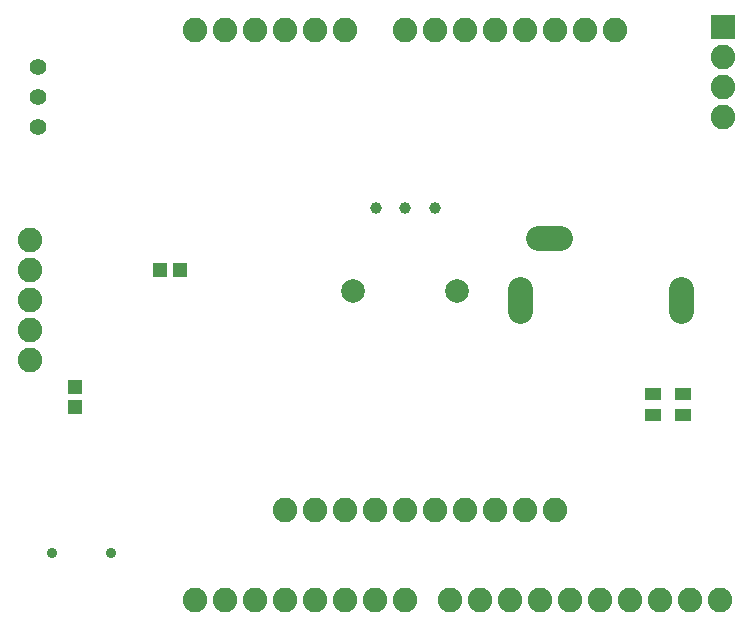
<source format=gts>
G04 EAGLE Gerber RS-274X export*
G75*
%MOMM*%
%FSLAX34Y34*%
%LPD*%
%INTop Soldermask*%
%IPPOS*%
%AMOC8*
5,1,8,0,0,1.08239X$1,22.5*%
G01*
%ADD10C,2.082800*%
%ADD11C,0.894081*%
%ADD12C,0.900000*%
%ADD13R,1.203200X1.303200*%
%ADD14C,2.000000*%
%ADD15C,1.000000*%
%ADD16R,2.082800X2.082800*%
%ADD17C,1.412800*%
%ADD18R,1.403200X1.003200*%
%ADD19C,2.103200*%
%ADD20R,1.303200X1.203200*%


D10*
X469900Y508000D03*
X444500Y508000D03*
X419100Y508000D03*
X393700Y508000D03*
X368300Y508000D03*
X342900Y508000D03*
X292100Y508000D03*
X266700Y508000D03*
X241300Y508000D03*
X215900Y508000D03*
X190500Y508000D03*
X165100Y508000D03*
X165100Y25400D03*
X190500Y25400D03*
X215900Y25400D03*
X241300Y25400D03*
X266700Y25400D03*
X292100Y25400D03*
X317500Y25400D03*
X342900Y25400D03*
X381000Y25400D03*
X406400Y25400D03*
X431800Y25400D03*
X457200Y25400D03*
X482600Y25400D03*
X508000Y25400D03*
X533400Y25400D03*
X558800Y25400D03*
X584200Y25400D03*
X609600Y25400D03*
X495300Y508000D03*
X520700Y508000D03*
D11*
X43580Y64770D03*
D12*
X93580Y64770D03*
D13*
X135010Y304800D03*
X152010Y304800D03*
D14*
X298900Y287020D03*
X386900Y287020D03*
D15*
X317900Y357020D03*
X342900Y357020D03*
X367900Y357020D03*
D16*
X612140Y510540D03*
D10*
X612140Y485140D03*
X612140Y459740D03*
X612140Y434340D03*
D17*
X31750Y450850D03*
X31750Y476250D03*
X31750Y425450D03*
D10*
X241300Y101600D03*
X266700Y101600D03*
X292100Y101600D03*
X317500Y101600D03*
X342900Y101600D03*
X368300Y101600D03*
X393700Y101600D03*
X419100Y101600D03*
X444500Y101600D03*
X469900Y101600D03*
X25400Y228600D03*
X25400Y254000D03*
X25400Y279400D03*
X25400Y304800D03*
X25400Y330200D03*
D18*
X552450Y181500D03*
X552450Y199500D03*
X577850Y181500D03*
X577850Y199500D03*
D19*
X576700Y269900D02*
X576700Y288900D01*
X439700Y288900D02*
X439700Y269900D01*
X455200Y331400D02*
X474200Y331400D01*
D20*
X63500Y205350D03*
X63500Y188350D03*
M02*

</source>
